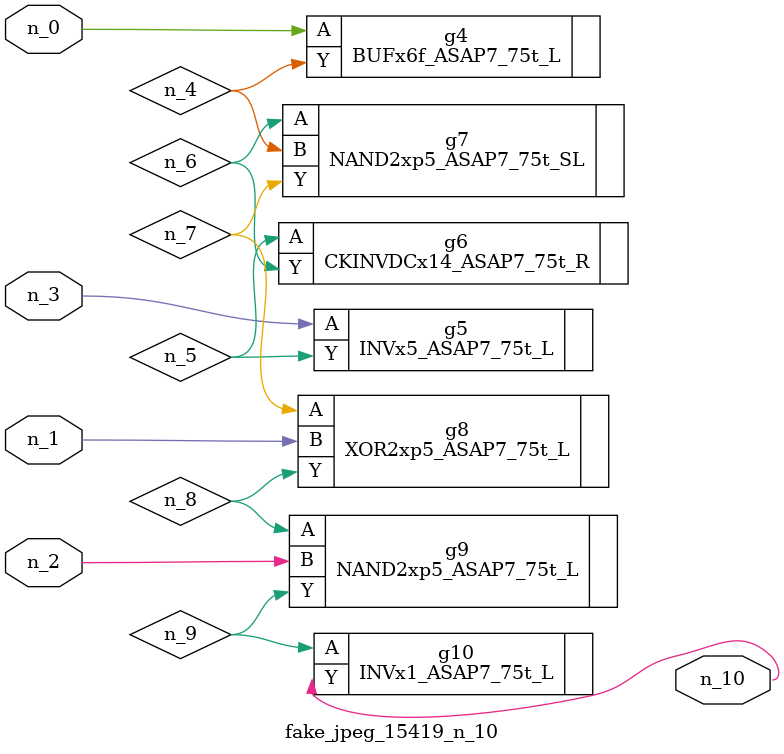
<source format=v>
module fake_jpeg_15419_n_10 (n_0, n_3, n_2, n_1, n_10);

input n_0;
input n_3;
input n_2;
input n_1;

output n_10;

wire n_4;
wire n_8;
wire n_9;
wire n_6;
wire n_5;
wire n_7;

BUFx6f_ASAP7_75t_L g4 ( 
.A(n_0),
.Y(n_4)
);

INVx5_ASAP7_75t_L g5 ( 
.A(n_3),
.Y(n_5)
);

CKINVDCx14_ASAP7_75t_R g6 ( 
.A(n_5),
.Y(n_6)
);

NAND2xp5_ASAP7_75t_SL g7 ( 
.A(n_6),
.B(n_4),
.Y(n_7)
);

XOR2xp5_ASAP7_75t_L g8 ( 
.A(n_7),
.B(n_1),
.Y(n_8)
);

NAND2xp5_ASAP7_75t_L g9 ( 
.A(n_8),
.B(n_2),
.Y(n_9)
);

INVx1_ASAP7_75t_L g10 ( 
.A(n_9),
.Y(n_10)
);


endmodule
</source>
